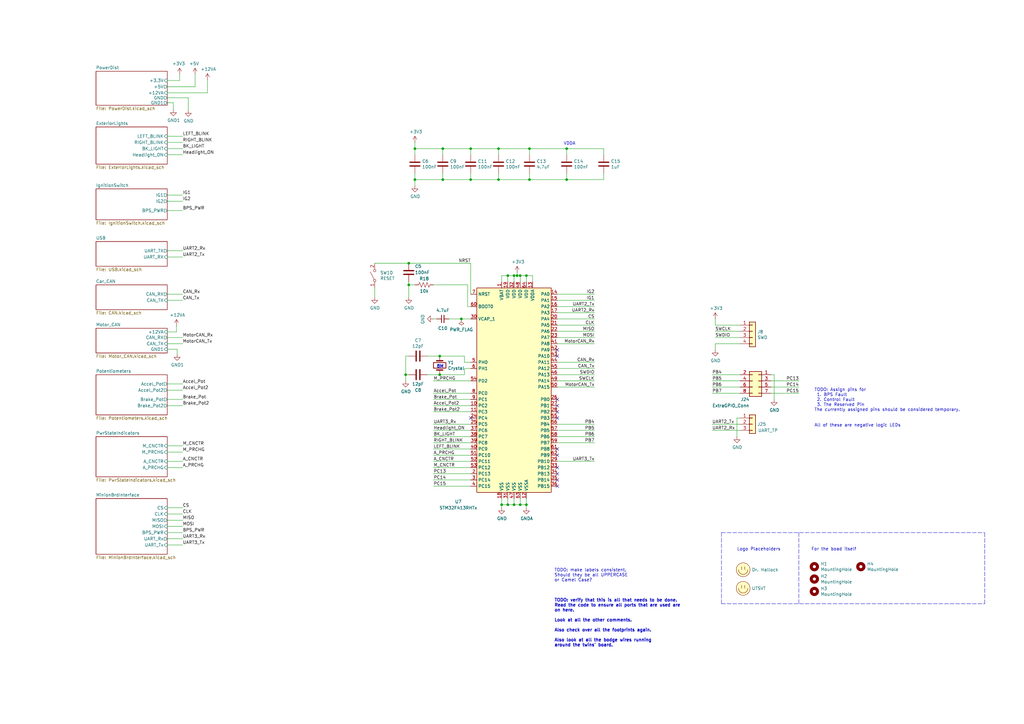
<source format=kicad_sch>
(kicad_sch (version 20211123) (generator eeschema)
  (paper "A3")
  (title_block (title "Dashboard") (date "2020-06-06") (rev "2.0") (company "UTSVT") (comment 1 "Author: Chase Block"))
  (lib_symbols
    (symbol "Connector_Generic:Conn_01x03" (pin_names (offset 1.016) hide)
      (property "Reference" "J" (at 0 5.08 0))
      (property "Value" "Conn_01x03" (at 0 -5.08 0))
      (symbol "Conn_01x03_1_1"
        (rectangle (start -1.27 -2.413) (end 0 -2.667) (stroke (width 0.1524)))
        (rectangle (start -1.27 0.127) (end 0 -0.127) (stroke (width 0.1524)))
        (rectangle (start -1.27 2.667) (end 0 2.413) (stroke (width 0.1524)))
        (rectangle (start -1.27 3.81) (end 1.27 -3.81) (stroke (width 0.254)) (fill (type background)))
        (pin passive line (at -5.08 2.54 0) (length 3.81) (name "Pin_1") (number "1"))
        (pin passive line (at -5.08 0 0) (length 3.81) (name "Pin_2") (number "2"))
        (pin passive line (at -5.08 -2.54 0) (length 3.81) (name "Pin_3") (number "3"))
      )
    )
    (symbol "Connector_Generic:Conn_01x04" (pin_names (offset 1.016) hide)
      (property "Reference" "J" (at 0 5.08 0))
      (property "Value" "Conn_01x04" (at 0 -7.62 0))
      (symbol "Conn_01x04_1_1"
        (rectangle (start -1.27 -4.953) (end 0 -5.207) (stroke (width 0.1524)))
        (rectangle (start -1.27 -2.413) (end 0 -2.667) (stroke (width 0.1524)))
        (rectangle (start -1.27 0.127) (end 0 -0.127) (stroke (width 0.1524)))
        (rectangle (start -1.27 2.667) (end 0 2.413) (stroke (width 0.1524)))
        (rectangle (start -1.27 3.81) (end 1.27 -6.35) (stroke (width 0.254)) (fill (type background)))
        (pin passive line (at -5.08 2.54 0) (length 3.81) (name "Pin_1") (number "1"))
        (pin passive line (at -5.08 0 0) (length 3.81) (name "Pin_2") (number "2"))
        (pin passive line (at -5.08 -2.54 0) (length 3.81) (name "Pin_3") (number "3"))
        (pin passive line (at -5.08 -5.08 0) (length 3.81) (name "Pin_4") (number "4"))
      )
    )
    (symbol "Connector_Generic:Conn_02x04_Odd_Even" (pin_names (offset 1.016) hide)
      (property "Reference" "J" (at 1.27 5.08 0))
      (property "Value" "Conn_02x04_Odd_Even" (at 1.27 -7.62 0))
      (symbol "Conn_02x04_Odd_Even_1_1"
        (rectangle (start -1.27 -4.953) (end 0 -5.207) (stroke (width 0.1524)))
        (rectangle (start -1.27 -2.413) (end 0 -2.667) (stroke (width 0.1524)))
        (rectangle (start -1.27 0.127) (end 0 -0.127) (stroke (width 0.1524)))
        (rectangle (start -1.27 2.667) (end 0 2.413) (stroke (width 0.1524)))
        (rectangle (start -1.27 3.81) (end 3.81 -6.35) (stroke (width 0.254)) (fill (type background)))
        (rectangle (start 3.81 -4.953) (end 2.54 -5.207) (stroke (width 0.1524)))
        (rectangle (start 3.81 -2.413) (end 2.54 -2.667) (stroke (width 0.1524)))
        (rectangle (start 3.81 0.127) (end 2.54 -0.127) (stroke (width 0.1524)))
        (rectangle (start 3.81 2.667) (end 2.54 2.413) (stroke (width 0.1524)))
        (pin passive line (at -5.08 2.54 0) (length 3.81) (name "Pin_1") (number "1"))
        (pin passive line (at 7.62 2.54 180) (length 3.81) (name "Pin_2") (number "2"))
        (pin passive line (at -5.08 0 0) (length 3.81) (name "Pin_3") (number "3"))
        (pin passive line (at 7.62 0 180) (length 3.81) (name "Pin_4") (number "4"))
        (pin passive line (at -5.08 -2.54 0) (length 3.81) (name "Pin_5") (number "5"))
        (pin passive line (at 7.62 -2.54 180) (length 3.81) (name "Pin_6") (number "6"))
        (pin passive line (at -5.08 -5.08 0) (length 3.81) (name "Pin_7") (number "7"))
        (pin passive line (at 7.62 -5.08 180) (length 3.81) (name "Pin_8") (number "8"))
      )
    )
    (symbol "Dashboard-rescue:GND1-power" (power) (pin_names (offset 0))
      (property "Value" "GND1-power" (at 0 -3.81 0))
      (symbol "GND1-power_0_1"
        (polyline (pts (xy 0 0) (xy 0 -1.27) (xy 1.27 -1.27) (xy 0 -2.54) (xy -1.27 -1.27) (xy 0 -1.27)))
      )
      (symbol "GND1-power_1_1"
        (pin power_in line (at 0 0 270) (length 0) hide (name "GND1") (number "1"))
      )
    )
    (symbol "Dashboard-rescue:Logo_Placeholder-utsvt-misc" (pin_names (offset 1.016))
      (property "Value" "Logo_Placeholder-utsvt-misc" (at 0 3.81 0))
      (symbol "Logo_Placeholder-utsvt-misc_0_1"
        (arc (start -1.905 0) (mid 0 -1.905) (end 1.905 0))
        (polyline (pts (xy -0.635 1.27) (xy -0.635 0)))
        (polyline (pts (xy 0.635 1.27) (xy 0.635 0)))
        (circle (center 0 0) (radius 2.8448) (fill (type background)))
      )
    )
    (symbol "Device:C" (pin_numbers hide) (pin_names (offset 0.254))
      (property "Reference" "C" (at 0.635 2.54 0))
      (property "Value" "C" (at 0.635 -2.54 0))
      (symbol "C_0_1"
        (polyline (pts (xy -2.032 -0.762) (xy 2.032 -0.762)) (stroke (width 0.508)))
        (polyline (pts (xy -2.032 0.762) (xy 2.032 0.762)) (stroke (width 0.508)))
      )
      (symbol "C_1_1"
        (pin passive line (at 0 3.81 270) (length 2.794) (name "~") (number "1"))
        (pin passive line (at 0 -3.81 90) (length 2.794) (name "~") (number "2"))
      )
    )
    (symbol "Device:C_Small" (pin_numbers hide) (pin_names (offset 0.254) hide)
      (property "Reference" "C" (at 0.254 1.778 0))
      (property "Value" "C_Small" (at 0.254 -2.032 0))
      (symbol "C_Small_0_1"
        (polyline (pts (xy -1.524 -0.508) (xy 1.524 -0.508)) (stroke (width 0.3302)))
        (polyline (pts (xy -1.524 0.508) (xy 1.524 0.508)) (stroke (width 0.3048)))
      )
      (symbol "C_Small_1_1"
        (pin passive line (at 0 2.54 270) (length 2.032) (name "~") (number "1"))
        (pin passive line (at 0 -2.54 90) (length 2.032) (name "~") (number "2"))
      )
    )
    (symbol "Device:Crystal" (pin_numbers hide) (pin_names (offset 1.016) hide)
      (property "Reference" "Y" (at 0 3.81 0))
      (property "Value" "Crystal" (at 0 -3.81 0))
      (symbol "Crystal_0_1"
        (rectangle (start -1.143 2.54) (end 1.143 -2.54) (stroke (width 0.3048)))
        (polyline (pts (xy -2.54 0) (xy -1.905 0)))
        (polyline (pts (xy -1.905 -1.27) (xy -1.905 1.27)) (stroke (width 0.508)))
        (polyline (pts (xy 1.905 -1.27) (xy 1.905 1.27)) (stroke (width 0.508)))
        (polyline (pts (xy 2.54 0) (xy 1.905 0)))
      )
      (symbol "Crystal_1_1"
        (pin passive line (at -3.81 0 0) (length 1.27) (name "1") (number "1"))
        (pin passive line (at 3.81 0 180) (length 1.27) (name "2") (number "2"))
      )
    )
    (symbol "Device:R_US" (pin_numbers hide) (pin_names (offset 0))
      (property "Reference" "R" (at 2.54 0 90))
      (property "Value" "R_US" (at -2.54 0 90))
      (symbol "R_US_0_1"
        (polyline (pts (xy 0 -2.286) (xy 0 -2.54)))
        (polyline (pts (xy 0 2.286) (xy 0 2.54)))
        (polyline (pts (xy 0 -0.762) (xy 1.016 -1.143) (xy 0 -1.524) (xy -1.016 -1.905) (xy 0 -2.286)))
        (polyline (pts (xy 0 0.762) (xy 1.016 0.381) (xy 0 0) (xy -1.016 -0.381) (xy 0 -0.762)))
        (polyline (pts (xy 0 2.286) (xy 1.016 1.905) (xy 0 1.524) (xy -1.016 1.143) (xy 0 0.762)))
      )
      (symbol "R_US_1_1"
        (pin passive line (at 0 3.81 270) (length 1.27) (name "~") (number "1"))
        (pin passive line (at 0 -3.81 90) (length 1.27) (name "~") (number "2"))
      )
    )
    (symbol "MCU_ST_STM32F4:STM32F413RHTx"
      (property "Reference" "U" (at -15.24 41.91 0))
      (property "Value" "STM32F413RHTx" (at 10.16 41.91 0))
      (symbol "STM32F413RHTx_0_1"
        (rectangle (start -15.24 -43.18) (end 15.24 40.64) (stroke (width 0.254)) (fill (type background)))
      )
      (symbol "STM32F413RHTx_1_1"
        (pin power_in line (at -5.08 43.18 270) (length 2.54) (name "VBAT") (number "1"))
        (pin bidirectional line (at -17.78 -7.62 0) (length 2.54) (name "PC2") (number "10"))
        (pin bidirectional line (at -17.78 -10.16 0) (length 2.54) (name "PC3") (number "11"))
        (pin power_in line (at 5.08 -45.72 90) (length 2.54) (name "VSSA") (number "12"))
        (pin power_in line (at 7.62 43.18 270) (length 2.54) (name "VDDA") (number "13"))
        (pin bidirectional line (at 17.78 38.1 180) (length 2.54) (name "PA0") (number "14"))
        (pin bidirectional line (at 17.78 35.56 180) (length 2.54) (name "PA1") (number "15"))
        (pin bidirectional line (at 17.78 33.02 180) (length 2.54) (name "PA2") (number "16"))
        (pin bidirectional line (at 17.78 30.48 180) (length 2.54) (name "PA3") (number "17"))
        (pin power_in line (at -5.08 -45.72 90) (length 2.54) (name "VSS") (number "18"))
        (pin power_in line (at -2.54 43.18 270) (length 2.54) (name "VDD") (number "19"))
        (pin bidirectional line (at -17.78 -35.56 0) (length 2.54) (name "PC13") (number "2"))
        (pin bidirectional line (at 17.78 27.94 180) (length 2.54) (name "PA4") (number "20"))
        (pin bidirectional line (at 17.78 25.4 180) (length 2.54) (name "PA5") (number "21"))
        (pin bidirectional line (at 17.78 22.86 180) (length 2.54) (name "PA6") (number "22"))
        (pin bidirectional line (at 17.78 20.32 180) (length 2.54) (name "PA7") (number "23"))
        (pin bidirectional line (at -17.78 -12.7 0) (length 2.54) (name "PC4") (number "24"))
        (pin bidirectional line (at -17.78 -15.24 0) (length 2.54) (name "PC5") (number "25"))
        (pin bidirectional line (at 17.78 -5.08 180) (length 2.54) (name "PB0") (number "26"))
        (pin bidirectional line (at 17.78 -7.62 180) (length 2.54) (name "PB1") (number "27"))
        (pin bidirectional line (at 17.78 -10.16 180) (length 2.54) (name "PB2") (number "28"))
        (pin bidirectional line (at 17.78 -30.48 180) (length 2.54) (name "PB10") (number "29"))
        (pin bidirectional line (at -17.78 -38.1 0) (length 2.54) (name "PC14") (number "3"))
        (pin power_in line (at -17.78 27.94 0) (length 2.54) (name "VCAP_1") (number "30"))
        (pin power_in line (at -2.54 -45.72 90) (length 2.54) (name "VSS") (number "31"))
        (pin power_in line (at 0 43.18 270) (length 2.54) (name "VDD") (number "32"))
        (pin bidirectional line (at 17.78 -33.02 180) (length 2.54) (name "PB12") (number "33"))
        (pin bidirectional line (at 17.78 -35.56 180) (length 2.54) (name "PB13") (number "34"))
        (pin bidirectional line (at 17.78 -38.1 180) (length 2.54) (name "PB14") (number "35"))
        (pin bidirectional line (at 17.78 -40.64 180) (length 2.54) (name "PB15") (number "36"))
        (pin bidirectional line (at -17.78 -17.78 0) (length 2.54) (name "PC6") (number "37"))
        (pin bidirectional line (at -17.78 -20.32 0) (length 2.54) (name "PC7") (number "38"))
        (pin bidirectional line (at -17.78 -22.86 0) (length 2.54) (name "PC8") (number "39"))
        (pin bidirectional line (at -17.78 -40.64 0) (length 2.54) (name "PC15") (number "4"))
        (pin bidirectional line (at -17.78 -25.4 0) (length 2.54) (name "PC9") (number "40"))
        (pin bidirectional line (at 17.78 17.78 180) (length 2.54) (name "PA8") (number "41"))
        (pin bidirectional line (at 17.78 15.24 180) (length 2.54) (name "PA9") (number "42"))
        (pin bidirectional line (at 17.78 12.7 180) (length 2.54) (name "PA10") (number "43"))
        (pin bidirectional line (at 17.78 10.16 180) (length 2.54) (name "PA11") (number "44"))
        (pin bidirectional line (at 17.78 7.62 180) (length 2.54) (name "PA12") (number "45"))
        (pin bidirectional line (at 17.78 5.08 180) (length 2.54) (name "PA13") (number "46"))
        (pin power_in line (at 0 -45.72 90) (length 2.54) (name "VSS") (number "47"))
        (pin power_in line (at 2.54 43.18 270) (length 2.54) (name "VDD") (number "48"))
        (pin bidirectional line (at 17.78 2.54 180) (length 2.54) (name "PA14") (number "49"))
        (pin input line (at -17.78 10.16 0) (length 2.54) (name "PH0") (number "5"))
        (pin bidirectional line (at 17.78 0 180) (length 2.54) (name "PA15") (number "50"))
        (pin bidirectional line (at -17.78 -27.94 0) (length 2.54) (name "PC10") (number "51"))
        (pin bidirectional line (at -17.78 -30.48 0) (length 2.54) (name "PC11") (number "52"))
        (pin bidirectional line (at -17.78 -33.02 0) (length 2.54) (name "PC12") (number "53"))
        (pin bidirectional line (at -17.78 2.54 0) (length 2.54) (name "PD2") (number "54"))
        (pin bidirectional line (at 17.78 -12.7 180) (length 2.54) (name "PB3") (number "55"))
        (pin bidirectional line (at 17.78 -15.24 180) (length 2.54) (name "PB4") (number "56"))
        (pin bidirectional line (at 17.78 -17.78 180) (length 2.54) (name "PB5") (number "57"))
        (pin bidirectional line (at 17.78 -20.32 180) (length 2.54) (name "PB6") (number "58"))
        (pin bidirectional line (at 17.78 -22.86 180) (length 2.54) (name "PB7") (number "59"))
        (pin input line (at -17.78 7.62 0) (length 2.54) (name "PH1") (number "6"))
        (pin input line (at -17.78 33.02 0) (length 2.54) (name "BOOT0") (number "60"))
        (pin bidirectional line (at 17.78 -25.4 180) (length 2.54) (name "PB8") (number "61"))
        (pin bidirectional line (at 17.78 -27.94 180) (length 2.54) (name "PB9") (number "62"))
        (pin power_in line (at 2.54 -45.72 90) (length 2.54) (name "VSS") (number "63"))
        (pin power_in line (at 5.08 43.18 270) (length 2.54) (name "VDD") (number "64"))
        (pin input line (at -17.78 38.1 0) (length 2.54) (name "NRST") (number "7"))
        (pin bidirectional line (at -17.78 -2.54 0) (length 2.54) (name "PC0") (number "8"))
        (pin bidirectional line (at -17.78 -5.08 0) (length 2.54) (name "PC1") (number "9"))
      )
    )
    (symbol "Mechanical:MountingHole" (pin_names (offset 1.016))
      (property "Reference" "H" (at 0 5.08 0))
      (property "Value" "MountingHole" (at 0 3.175 0))
      (symbol "MountingHole_0_1"
        (circle (center 0 0) (radius 1.27) (stroke (width 1.27)))
      )
    )
    (symbol "Switch:SW_SPST" (pin_names (offset 0) hide)
      (property "Reference" "SW" (at 0 3.175 0))
      (property "Value" "SW_SPST" (at 0 -2.54 0))
      (symbol "SW_SPST_0_0"
        (circle (center -2.032 0) (radius 0.508))
        (polyline (pts (xy -1.524 0.254) (xy 1.524 1.778)))
        (circle (center 2.032 0) (radius 0.508))
      )
      (symbol "SW_SPST_1_1"
        (pin passive line (at -5.08 0 0) (length 2.54) (name "A") (number "1"))
        (pin passive line (at 5.08 0 180) (length 2.54) (name "B") (number "2"))
      )
    )
    (symbol "power:+12VA" (power) (pin_names (offset 0))
      (property "Value" "+12VA" (at 0 3.556 0))
      (symbol "+12VA_0_1"
        (polyline (pts (xy -0.762 1.27) (xy 0 2.54)))
        (polyline (pts (xy 0 0) (xy 0 2.54)))
        (polyline (pts (xy 0 2.54) (xy 0.762 1.27)))
      )
      (symbol "+12VA_1_1"
        (pin power_in line (at 0 0 90) (length 0) hide (name "+12VA") (number "1"))
      )
    )
    (symbol "power:+3.3V" (power) (pin_names (offset 0))
      (property "Value" "+3.3V" (at 0 3.556 0))
      (symbol "+3.3V_0_1"
        (polyline (pts (xy -0.762 1.27) (xy 0 2.54)))
        (polyline (pts (xy 0 0) (xy 0 2.54)))
        (polyline (pts (xy 0 2.54) (xy 0.762 1.27)))
      )
      (symbol "+3.3V_1_1"
        (pin power_in line (at 0 0 90) (length 0) hide (name "+3V3") (number "1"))
      )
    )
    (symbol "power:+5V" (power) (pin_names (offset 0))
      (property "Value" "+5V" (at 0 3.556 0))
      (symbol "+5V_0_1"
        (polyline (pts (xy -0.762 1.27) (xy 0 2.54)))
        (polyline (pts (xy 0 0) (xy 0 2.54)))
        (polyline (pts (xy 0 2.54) (xy 0.762 1.27)))
      )
      (symbol "+5V_1_1"
        (pin power_in line (at 0 0 90) (length 0) hide (name "+5V") (number "1"))
      )
    )
    (symbol "power:GND" (power) (pin_names (offset 0))
      (property "Value" "GND" (at 0 -3.81 0))
      (symbol "GND_0_1"
        (polyline (pts (xy 0 0) (xy 0 -1.27) (xy 1.27 -1.27) (xy 0 -2.54) (xy -1.27 -1.27) (xy 0 -1.27)))
      )
      (symbol "GND_1_1"
        (pin power_in line (at 0 0 270) (length 0) hide (name "GND") (number "1"))
      )
    )
    (symbol "power:GNDA" (power) (pin_names (offset 0))
      (property "Value" "GNDA" (at 0 -3.81 0))
      (symbol "GNDA_0_1"
        (polyline (pts (xy 0 0) (xy 0 -1.27) (xy 1.27 -1.27) (xy 0 -2.54) (xy -1.27 -1.27) (xy 0 -1.27)))
      )
      (symbol "GNDA_1_1"
        (pin power_in line (at 0 0 270) (length 0) hide (name "GNDA") (number "1"))
      )
    )
    (symbol "power:PWR_FLAG" (power) (pin_numbers hide) (pin_names (offset 0) hide)
      (property "Value" "PWR_FLAG" (at 0 3.81 0))
      (symbol "PWR_FLAG_0_0"
        (pin power_out line (at 0 0 90) (length 0) (name "pwr") (number "1"))
      )
      (symbol "PWR_FLAG_0_1"
        (polyline (pts (xy 0 0) (xy 0 1.27) (xy -1.016 1.905) (xy 0 2.54) (xy 1.016 1.905) (xy 0 1.27)))
      )
    )
  )
  (junction (at 212.09 113.03))
  (junction (at 217.17 60.96))
  (junction (at 205.74 207.01))
  (junction (at 232.41 60.96))
  (junction (at 167.64 107.95))
  (junction (at 217.17 73.66))
  (junction (at 167.64 116.84))
  (junction (at 193.04 60.96))
  (junction (at 210.82 207.01))
  (junction (at 213.36 207.01))
  (junction (at 166.37 153.67))
  (junction (at 180.34 146.05))
  (junction (at 213.36 113.03))
  (junction (at 181.61 60.96))
  (junction (at 208.28 113.03))
  (junction (at 181.61 73.66))
  (junction (at 189.23 130.81))
  (junction (at 215.9 113.03))
  (junction (at 210.82 113.03))
  (junction (at 193.04 73.66))
  (junction (at 232.41 73.66))
  (junction (at 170.18 73.66))
  (junction (at 180.34 153.67))
  (junction (at 204.47 73.66))
  (junction (at 170.18 60.96))
  (junction (at 215.9 207.01))
  (junction (at 204.47 60.96))
  (junction (at 208.28 207.01))
  (no_connect (at 228.6 166.37))
  (no_connect (at 228.6 163.83))
  (no_connect (at 228.6 146.05))
  (no_connect (at 228.6 171.45))
  (no_connect (at 228.6 186.69))
  (no_connect (at 193.04 171.45))
  (no_connect (at 228.6 143.51))
  (no_connect (at 228.6 191.77))
  (no_connect (at 228.6 199.39))
  (no_connect (at 228.6 184.15))
  (no_connect (at 228.6 168.91))
  (no_connect (at 228.6 196.85))
  (no_connect (at 228.6 194.31))
  (wire (pts (xy 228.6 130.81) (xy 243.84 130.81)))
  (wire (pts (xy 303.53 173.99) (xy 292.1 173.99)))
  (wire (pts (xy 205.74 207.01) (xy 205.74 208.28)))
  (wire (pts (xy 210.82 204.47) (xy 210.82 207.01)))
  (wire (pts (xy 68.58 166.37) (xy 74.93 166.37)))
  (wire (pts (xy 232.41 73.66) (xy 232.41 71.12)))
  (wire (pts (xy 228.6 151.13) (xy 243.84 151.13)))
  (wire (pts (xy 68.58 86.36) (xy 74.93 86.36)))
  (wire (pts (xy 68.58 215.9) (xy 74.93 215.9)))
  (wire (pts (xy 215.9 207.01) (xy 213.36 207.01)))
  (polyline (pts (xy 327.66 218.44) (xy 327.66 247.65)))
  (wire (pts (xy 208.28 115.57) (xy 208.28 113.03)))
  (wire (pts (xy 228.6 158.75) (xy 243.84 158.75)))
  (wire (pts (xy 302.26 179.07) (xy 302.26 171.45)))
  (wire (pts (xy 177.8 173.99) (xy 193.04 173.99)))
  (wire (pts (xy 74.93 218.44) (xy 68.58 218.44)))
  (wire (pts (xy 217.17 60.96) (xy 204.47 60.96)))
  (wire (pts (xy 243.84 125.73) (xy 228.6 125.73)))
  (wire (pts (xy 212.09 113.03) (xy 212.09 111.76)))
  (wire (pts (xy 74.93 63.5) (xy 68.58 63.5)))
  (wire (pts (xy 193.04 191.77) (xy 177.8 191.77)))
  (wire (pts (xy 68.58 35.56) (xy 80.01 35.56)))
  (wire (pts (xy 228.6 176.53) (xy 243.84 176.53)))
  (wire (pts (xy 303.53 133.35) (xy 293.37 133.35)))
  (wire (pts (xy 228.6 153.67) (xy 243.84 153.67)))
  (polyline (pts (xy 295.91 218.44) (xy 403.86 218.44)))
  (wire (pts (xy 228.6 135.89) (xy 243.84 135.89)))
  (wire (pts (xy 181.61 60.96) (xy 193.04 60.96)))
  (wire (pts (xy 213.36 207.01) (xy 210.82 207.01)))
  (wire (pts (xy 175.26 146.05) (xy 180.34 146.05)))
  (wire (pts (xy 68.58 157.48) (xy 74.93 157.48)))
  (wire (pts (xy 167.64 115.57) (xy 167.64 116.84)))
  (wire (pts (xy 243.84 128.27) (xy 228.6 128.27)))
  (wire (pts (xy 68.58 210.82) (xy 74.93 210.82)))
  (wire (pts (xy 74.93 58.42) (xy 68.58 58.42)))
  (wire (pts (xy 68.58 123.19) (xy 74.93 123.19)))
  (wire (pts (xy 317.5 163.83) (xy 317.5 153.67)))
  (wire (pts (xy 181.61 63.5) (xy 181.61 60.96)))
  (wire (pts (xy 228.6 140.97) (xy 243.84 140.97)))
  (wire (pts (xy 193.04 148.59) (xy 190.5 148.59)))
  (wire (pts (xy 85.09 32.766) (xy 85.09 38.1)))
  (polyline (pts (xy 403.86 247.65) (xy 403.86 218.44)))
  (wire (pts (xy 292.1 161.29) (xy 303.53 161.29)))
  (wire (pts (xy 193.04 196.85) (xy 177.8 196.85)))
  (wire (pts (xy 166.37 153.67) (xy 166.37 156.21)))
  (wire (pts (xy 177.8 176.53) (xy 193.04 176.53)))
  (wire (pts (xy 170.18 116.84) (xy 167.64 116.84)))
  (wire (pts (xy 68.58 140.97) (xy 74.93 140.97)))
  (wire (pts (xy 228.6 120.65) (xy 243.84 120.65)))
  (wire (pts (xy 68.58 136.144) (xy 72.39 136.144)))
  (wire (pts (xy 243.84 133.35) (xy 228.6 133.35)))
  (wire (pts (xy 68.58 223.52) (xy 74.93 223.52)))
  (wire (pts (xy 170.18 73.66) (xy 181.61 73.66)))
  (wire (pts (xy 68.58 191.77) (xy 74.93 191.77)))
  (wire (pts (xy 243.84 138.43) (xy 228.6 138.43)))
  (wire (pts (xy 193.04 184.15) (xy 177.8 184.15)))
  (wire (pts (xy 303.53 176.53) (xy 292.1 176.53)))
  (wire (pts (xy 189.23 130.81) (xy 193.04 130.81)))
  (wire (pts (xy 217.17 63.5) (xy 217.17 60.96)))
  (wire (pts (xy 71.12 42.164) (xy 71.12 44.958)))
  (wire (pts (xy 68.58 40.132) (xy 77.216 40.132)))
  (wire (pts (xy 193.04 71.12) (xy 193.04 73.66)))
  (wire (pts (xy 327.66 161.29) (xy 316.23 161.29)))
  (wire (pts (xy 170.18 60.96) (xy 170.18 58.42)))
  (wire (pts (xy 302.26 171.45) (xy 303.53 171.45)))
  (wire (pts (xy 204.47 73.66) (xy 217.17 73.66)))
  (wire (pts (xy 68.58 208.28) (xy 74.93 208.28)))
  (wire (pts (xy 68.58 220.98) (xy 74.93 220.98)))
  (wire (pts (xy 167.64 146.05) (xy 166.37 146.05)))
  (wire (pts (xy 68.58 143.256) (xy 72.644 143.256)))
  (wire (pts (xy 73.66 33.02) (xy 73.66 30.48)))
  (wire (pts (xy 232.41 60.96) (xy 247.65 60.96)))
  (wire (pts (xy 190.5 148.59) (xy 190.5 146.05)))
  (wire (pts (xy 191.77 125.73) (xy 191.77 116.84)))
  (wire (pts (xy 167.64 107.95) (xy 193.04 107.95)))
  (wire (pts (xy 327.66 158.75) (xy 316.23 158.75)))
  (wire (pts (xy 217.17 73.66) (xy 232.41 73.66)))
  (wire (pts (xy 218.44 115.57) (xy 218.44 113.03)))
  (wire (pts (xy 228.6 148.59) (xy 243.84 148.59)))
  (wire (pts (xy 215.9 207.01) (xy 215.9 208.28)))
  (wire (pts (xy 166.37 146.05) (xy 166.37 153.67)))
  (wire (pts (xy 153.67 118.11) (xy 153.67 121.92)))
  (wire (pts (xy 218.44 113.03) (xy 215.9 113.03)))
  (wire (pts (xy 193.04 125.73) (xy 191.77 125.73)))
  (wire (pts (xy 193.04 151.13) (xy 190.5 151.13)))
  (wire (pts (xy 193.04 107.95) (xy 193.04 120.65)))
  (wire (pts (xy 68.58 33.02) (xy 73.66 33.02)))
  (polyline (pts (xy 295.91 247.65) (xy 403.86 247.65)))
  (wire (pts (xy 193.04 181.61) (xy 177.8 181.61)))
  (wire (pts (xy 72.39 136.144) (xy 72.39 133.604)))
  (wire (pts (xy 68.58 163.83) (xy 74.93 163.83)))
  (wire (pts (xy 292.1 156.21) (xy 303.53 156.21)))
  (wire (pts (xy 190.5 151.13) (xy 190.5 153.67)))
  (wire (pts (xy 68.58 102.87) (xy 74.93 102.87)))
  (wire (pts (xy 210.82 113.03) (xy 212.09 113.03)))
  (wire (pts (xy 170.18 71.12) (xy 170.18 73.66)))
  (wire (pts (xy 228.6 156.21) (xy 243.84 156.21)))
  (wire (pts (xy 68.58 182.88) (xy 74.93 182.88)))
  (wire (pts (xy 228.6 181.61) (xy 243.84 181.61)))
  (wire (pts (xy 303.53 138.43) (xy 293.37 138.43)))
  (wire (pts (xy 292.1 153.67) (xy 303.53 153.67)))
  (wire (pts (xy 293.37 140.97) (xy 293.37 143.51)))
  (wire (pts (xy 68.58 80.01) (xy 74.93 80.01)))
  (wire (pts (xy 193.04 73.66) (xy 204.47 73.66)))
  (wire (pts (xy 204.47 71.12) (xy 204.47 73.66)))
  (wire (pts (xy 208.28 207.01) (xy 205.74 207.01)))
  (wire (pts (xy 205.74 113.03) (xy 208.28 113.03)))
  (wire (pts (xy 190.5 153.67) (xy 180.34 153.67)))
  (wire (pts (xy 228.6 189.23) (xy 243.84 189.23)))
  (wire (pts (xy 228.6 173.99) (xy 243.84 173.99)))
  (polyline (pts (xy 295.91 218.44) (xy 295.91 247.65)))
  (wire (pts (xy 232.41 73.66) (xy 247.65 73.66)))
  (wire (pts (xy 170.18 63.5) (xy 170.18 60.96)))
  (wire (pts (xy 167.64 153.67) (xy 166.37 153.67)))
  (wire (pts (xy 292.1 158.75) (xy 303.53 158.75)))
  (wire (pts (xy 303.53 140.97) (xy 293.37 140.97)))
  (wire (pts (xy 217.17 71.12) (xy 217.17 73.66)))
  (wire (pts (xy 80.01 35.56) (xy 80.01 30.48)))
  (wire (pts (xy 205.74 204.47) (xy 205.74 207.01)))
  (wire (pts (xy 208.28 204.47) (xy 208.28 207.01)))
  (wire (pts (xy 177.8 156.21) (xy 193.04 156.21)))
  (wire (pts (xy 177.8 161.29) (xy 193.04 161.29)))
  (wire (pts (xy 181.61 73.66) (xy 193.04 73.66)))
  (wire (pts (xy 177.8 130.81) (xy 179.07 130.81)))
  (wire (pts (xy 74.93 55.88) (xy 68.58 55.88)))
  (wire (pts (xy 177.8 163.83) (xy 193.04 163.83)))
  (wire (pts (xy 247.65 73.66) (xy 247.65 71.12)))
  (wire (pts (xy 247.65 60.96) (xy 247.65 63.5)))
  (wire (pts (xy 193.04 194.31) (xy 177.8 194.31)))
  (wire (pts (xy 303.53 135.89) (xy 293.37 135.89)))
  (wire (pts (xy 193.04 186.69) (xy 177.8 186.69)))
  (wire (pts (xy 68.58 185.42) (xy 74.93 185.42)))
  (wire (pts (xy 193.04 179.07) (xy 177.8 179.07)))
  (wire (pts (xy 68.58 213.36) (xy 74.93 213.36)))
  (wire (pts (xy 177.8 189.23) (xy 193.04 189.23)))
  (wire (pts (xy 167.64 116.84) (xy 167.64 121.92)))
  (wire (pts (xy 68.58 160.02) (xy 74.93 160.02)))
  (wire (pts (xy 210.82 115.57) (xy 210.82 113.03)))
  (wire (pts (xy 175.26 153.67) (xy 180.34 153.67)))
  (wire (pts (xy 215.9 204.47) (xy 215.9 207.01)))
  (wire (pts (xy 215.9 115.57) (xy 215.9 113.03)))
  (wire (pts (xy 68.58 120.65) (xy 74.93 120.65)))
  (wire (pts (xy 68.58 189.23) (xy 74.93 189.23)))
  (wire (pts (xy 72.644 143.256) (xy 72.644 145.288)))
  (wire (pts (xy 170.18 60.96) (xy 181.61 60.96)))
  (wire (pts (xy 77.216 45.212) (xy 77.216 40.132)))
  (wire (pts (xy 181.61 71.12) (xy 181.61 73.66)))
  (wire (pts (xy 68.58 38.1) (xy 85.09 38.1)))
  (wire (pts (xy 68.58 138.43) (xy 74.93 138.43)))
  (wire (pts (xy 228.6 179.07) (xy 243.84 179.07)))
  (wire (pts (xy 205.74 115.57) (xy 205.74 113.03)))
  (wire (pts (xy 170.18 73.66) (xy 170.18 76.2)))
  (wire (pts (xy 177.8 168.91) (xy 193.04 168.91)))
  (wire (pts (xy 68.58 105.41) (xy 74.93 105.41)))
  (wire (pts (xy 193.04 60.96) (xy 193.04 63.5)))
  (wire (pts (xy 210.82 207.01) (xy 208.28 207.01)))
  (wire (pts (xy 213.36 115.57) (xy 213.36 113.03)))
  (wire (pts (xy 213.36 113.03) (xy 212.09 113.03)))
  (wire (pts (xy 193.04 199.39) (xy 177.8 199.39)))
  (wire (pts (xy 208.28 113.03) (xy 210.82 113.03)))
  (wire (pts (xy 177.8 166.37) (xy 193.04 166.37)))
  (wire (pts (xy 191.77 116.84) (xy 177.8 116.84)))
  (wire (pts (xy 327.66 156.21) (xy 316.23 156.21)))
  (wire (pts (xy 204.47 63.5) (xy 204.47 60.96)))
  (wire (pts (xy 217.17 60.96) (xy 232.41 60.96)))
  (wire (pts (xy 68.58 42.164) (xy 71.12 42.164)))
  (wire (pts (xy 232.41 60.96) (xy 232.41 63.5)))
  (wire (pts (xy 68.58 82.55) (xy 74.93 82.55)))
  (wire (pts (xy 215.9 113.03) (xy 213.36 113.03)))
  (wire (pts (xy 190.5 146.05) (xy 180.34 146.05)))
  (wire (pts (xy 293.37 133.35) (xy 293.37 130.81)))
  (wire (pts (xy 153.67 107.95) (xy 167.64 107.95)))
  (wire (pts (xy 213.36 204.47) (xy 213.36 207.01)))
  (wire (pts (xy 184.15 130.81) (xy 189.23 130.81)))
  (wire (pts (xy 228.6 123.19) (xy 243.84 123.19)))
  (wire (pts (xy 74.93 60.96) (xy 68.58 60.96)))
  (wire (pts (xy 193.04 60.96) (xy 204.47 60.96)))
  (wire (pts (xy 317.5 153.67) (xy 316.23 153.67)))
  (text "VDDA" (at 231.14 59.69 0) (effects (font (size 1.27 1.27)) (justify left bottom)))
  (text "8M" (at 179.07 151.13 0) (effects (font (size 1.27 1.27) (thickness 0.254) bold) (justify left bottom)))
  (text "TODO: make labels consistent.\nShould they be all UPPERCASE\nor Camel Case?" (at 227.33 238.76 0) (effects (font (size 1.27 1.27)) (justify left bottom)))
  (text "TODO: Assign pins for\n 1. BPS Fault\n 2. Control Fault\n 3. The Reserved Pin\nThe currently assigned pins should be considered temporary." (at 334.01 168.91 0) (effects (font (size 1.27 1.27)) (justify left bottom)))
  (text "Logo Placeholders" (at 302.26 226.06 0) (effects (font (size 1.27 1.27)) (justify left bottom)))
  (text "TODO: verify that this is all that needs to be done.\nRead the code to ensure all ports that are used are\non here.\n\nLook at all the other comments.\n\nAlso check over all the footprints again.\n\nAlso look at all the bodge wires running\naround the twins' board." (at 227.33 265.43 0) (effects (font (size 1.27 1.27) (thickness 0.254) bold) (justify left bottom)))
  (text "For the boad itself" (at 332.74 226.06 0) (effects (font (size 1.27 1.27)) (justify left bottom)))
  (text "All of these are negative logic LEDs\n" (at 334.01 175.26 0) (effects (font (size 1.27 1.27)) (justify left bottom)))
  (label "PC13" (at 177.8 194.31 0))
  (label "MotorCAN_Tx" (at 243.84 158.75 180))
  (label "M_PRCHG" (at 177.8 156.21 0))
  (label "PB4" (at 292.1 153.67 0))
  (label "CS" (at 74.93 208.28 0))
  (label "IG1" (at 243.84 123.19 180))
  (label "PB5" (at 243.84 176.53 180))
  (label "LEFT_BLINK" (at 74.93 55.88 0))
  (label "A_CNCTR" (at 177.8 189.23 0))
  (label "PB7" (at 243.84 181.61 180))
  (label "UART2_Rx" (at 243.84 128.27 180))
  (label "UART3_Tx" (at 243.84 189.23 180))
  (label "Brake_Pot" (at 74.93 163.83 0))
  (label "BK_LIGHT" (at 177.8 179.07 0))
  (label "IG2" (at 243.84 120.65 180))
  (label "CAN_Tx" (at 74.93 123.19 0))
  (label "MISO" (at 243.84 135.89 180))
  (label "UART3_Tx" (at 74.93 223.52 0))
  (label "CAN_Rx" (at 243.84 148.59 180))
  (label "UART2_Tx" (at 243.84 125.73 180))
  (label "MotorCAN_Tx" (at 74.93 140.97 0))
  (label "BPS_PWR" (at 74.93 218.44 0))
  (label "PB7" (at 292.1 161.29 0))
  (label "UART2_Tx" (at 292.1 173.99 0))
  (label "MISO" (at 74.93 213.36 0))
  (label "PB5" (at 292.1 156.21 0))
  (label "A_PRCHG" (at 177.8 186.69 0))
  (label "UART2_Tx" (at 74.93 105.41 0))
  (label "SWCLK" (at 293.37 135.89 0))
  (label "UART2_Rx" (at 74.93 102.87 0))
  (label "CAN_Tx" (at 243.84 151.13 180))
  (label "SWDIO" (at 293.37 138.43 0))
  (label "SWDIO" (at 243.84 153.67 180))
  (label "BPS_PWR" (at 74.93 86.36 0))
  (label "MOSI" (at 74.93 215.9 0))
  (label "IG1" (at 74.93 80.01 0))
  (label "M_CNCTR" (at 177.8 191.77 0))
  (label "PB4" (at 243.84 173.99 180))
  (label "Headlight_ON" (at 74.93 63.5 0))
  (label "PC15" (at 177.8 199.39 0))
  (label "Accel_Pot" (at 74.93 157.48 0))
  (label "Brake_Pot" (at 177.8 163.83 0))
  (label "PC15" (at 327.66 161.29 180))
  (label "PB6" (at 243.84 179.07 180))
  (label "RIGHT_BLINK" (at 177.8 181.61 0))
  (label "UART3_Rx" (at 74.93 220.98 0))
  (label "Brake_Pot2" (at 74.93 166.37 0))
  (label "SWCLK" (at 243.84 156.21 180))
  (label "PC14" (at 327.66 158.75 180))
  (label "UART2_Rx" (at 292.1 176.53 0))
  (label "BK_LIGHT" (at 74.93 60.96 0))
  (label "Brake_Pot2" (at 177.8 168.91 0))
  (label "MOSI" (at 243.84 138.43 180))
  (label "PC13" (at 327.66 156.21 180))
  (label "Accel_Pot2" (at 74.93 160.02 0))
  (label "A_CNCTR" (at 74.93 189.23 0))
  (label "UART3_Rx" (at 177.8 173.99 0))
  (label "NRST" (at 193.04 107.95 180))
  (label "MotorCAN_Rx" (at 243.84 140.97 180))
  (label "CAN_Rx" (at 74.93 120.65 0))
  (label "PB6" (at 292.1 158.75 0))
  (label "CS" (at 243.84 130.81 180))
  (label "RIGHT_BLINK" (at 74.93 58.42 0))
  (label "MotorCAN_Rx" (at 74.93 138.43 0))
  (label "Headlight_ON" (at 177.8 176.53 0))
  (label "CLK" (at 243.84 133.35 180))
  (label "LEFT_BLINK" (at 177.8 184.15 0))
  (label "Accel_Pot" (at 177.8 161.29 0))
  (label "M_PRCHG" (at 74.93 185.42 0))
  (label "IG2" (at 74.93 82.55 0))
  (label "PC14" (at 177.8 196.85 0))
  (label "Accel_Pot2" (at 177.8 166.37 0))
  (label "M_CNCTR" (at 74.93 182.88 0))
  (label "CLK" (at 74.93 210.82 0))
  (label "A_PRCHG" (at 74.93 191.77 0))
  (symbol (lib_id "Mechanical:MountingHole") (at 334.01 232.41 0) (unit 1)
    (property "Reference" "H1" (at 336.55 231.2416 0) (effects (justify left)))
    (property "Value" "MountingHole" (at 336.55 233.553 0) (effects (justify left)))
    (property "Footprint" "MountingHole:MountingHole_3mm" (effects hide))
  )
  (symbol (lib_id "Mechanical:MountingHole") (at 334.01 237.49 0) (unit 1)
    (property "Reference" "H2" (at 336.55 236.3216 0) (effects (justify left)))
    (property "Value" "MountingHole" (at 336.55 238.633 0) (effects (justify left)))
    (property "Footprint" "MountingHole:MountingHole_3mm" (effects hide))
  )
  (symbol (lib_id "Mechanical:MountingHole") (at 334.01 242.57 0) (unit 1)
    (property "Reference" "H3" (at 336.55 241.4016 0) (effects (justify left)))
    (property "Value" "MountingHole" (at 336.55 243.713 0) (effects (justify left)))
    (property "Footprint" "MountingHole:MountingHole_3mm" (effects hide))
  )
  (symbol (lib_id "Mechanical:MountingHole") (at 353.06 232.41 0) (unit 1)
    (property "Reference" "H4" (at 355.6 231.2416 0) (effects (justify left)))
    (property "Value" "MountingHole" (at 355.6 233.553 0) (effects (justify left)))
    (property "Footprint" "MountingHole:MountingHole_3mm" (effects hide))
  )
  (symbol (lib_id "MCU_ST_STM32F4:STM32F413RHTx") (at 210.82 158.75 0) (unit 1)
    (property "Reference" "U7" (at 187.96 205.74 0))
    (property "Value" "STM32F413RHTx" (at 187.96 208.28 0))
    (property "Footprint" "Package_QFP:LQFP-64_10x10mm_P0.5mm" (effects hide))
    (property "Datasheet" "http://www.st.com/st-web-ui/static/active/en/resource/technical/document/datasheet/DM00282249.pdf" (effects hide))
  )
  (symbol (lib_id "power:+3.3V") (at 212.09 111.76 0) (unit 1)
    (property "Reference" "#PWR055" (effects hide))
    (property "Value" "+3.3V" (at 212.471 107.3658 0))
  )
  (symbol (lib_id "power:+3.3V") (at 73.66 30.48 0) (mirror y) (unit 1)
    (property "Reference" "#PWR072" (effects hide))
    (property "Value" "+3.3V" (at 73.279 26.0858 0))
  )
  (symbol (lib_id "power:+5V") (at 80.01 30.48 0) (mirror y) (unit 1)
    (property "Reference" "#PWR069" (effects hide))
    (property "Value" "+5V" (at 79.629 26.0858 0))
  )
  (symbol (lib_id "Device:R_US") (at 173.99 116.84 270) (unit 1)
    (property "Reference" "R18" (at 173.99 114.3 90))
    (property "Value" "10k" (at 173.99 119.38 90))
    (property "Footprint" "Resistor_SMD:R_0805_2012Metric" (effects hide))
    (property "Mouser Part Number" "71-CRCW080510K0FKEAC " (effects hide))
  )
  (symbol (lib_id "power:GND") (at 167.64 121.92 0) (unit 1)
    (property "Reference" "#PWR050" (effects hide))
    (property "Value" "GND" (at 167.767 126.3142 0))
  )
  (symbol (lib_id "Switch:SW_SPST") (at 153.67 113.03 90) (unit 1)
    (property "Reference" "SW10" (at 155.9052 111.8616 90) (effects (justify right)))
    (property "Value" "RESET" (at 155.9052 114.173 90) (effects (justify right)))
    (property "Footprint" "Button_Switch_SMD:SW_SPST_B3SL-1002P" (effects hide))
    (property "Mouser Part Number" "653-B3SL-1002P " (effects hide))
  )
  (symbol (lib_id "power:GND") (at 153.67 121.92 0) (unit 1)
    (property "Reference" "#PWR048" (effects hide))
    (property "Value" "GND" (at 153.797 126.3142 0))
  )
  (symbol (lib_id "Device:C") (at 167.64 111.76 0) (unit 1)
    (property "Reference" "C5" (at 170.18 109.22 0) (effects (justify left)))
    (property "Value" "100nF" (at 170.18 111.76 0) (effects (justify left)))
    (property "Footprint" "Capacitor_SMD:C_0805_2012Metric" (effects hide))
    (property "Mouser Part Number" "80-C0805C104K3R " (effects hide))
  )
  (symbol (lib_id "Device:C_Small") (at 181.61 130.81 90) (unit 1)
    (property "Reference" "C10" (at 181.61 134.62 90))
    (property "Value" "4.7uF" (at 181.61 127.3048 90))
    (property "Footprint" "Capacitor_SMD:C_0805_2012Metric" (effects hide))
  )
  (symbol (lib_id "power:GND") (at 177.8 130.81 270) (unit 1)
    (property "Reference" "#PWR053" (effects hide))
    (property "Value" "GND" (at 173.4058 130.937 0))
  )
  (symbol (lib_id "Device:Crystal") (at 180.34 149.86 90) (unit 1)
    (property "Reference" "Y1" (at 183.6674 148.6916 90) (effects (justify right)))
    (property "Value" "Crystal" (at 183.6674 151.003 90) (effects (justify right)))
    (property "Footprint" "Crystal:Crystal_SMD_TXC_7A-2Pin_5x3.2mm" (effects hide))
  )
  (symbol (lib_id "Device:C") (at 171.45 146.05 270) (unit 1)
    (property "Reference" "C7" (at 171.45 139.6492 90))
    (property "Value" "12pF" (at 171.45 141.9606 90))
    (property "Footprint" "Capacitor_SMD:C_0805_2012Metric" (effects hide))
    (property "Mouser Part Number" "80-C0805C479K1G " (effects hide))
  )
  (symbol (lib_id "Device:C") (at 171.45 153.67 270) (unit 1)
    (property "Reference" "C8" (at 171.45 160.02 90))
    (property "Value" "12pF" (at 171.45 157.48 90))
    (property "Footprint" "Capacitor_SMD:C_0805_2012Metric" (effects hide))
    (property "Mouser Part Number" "80-C0805C479K1G " (effects hide))
  )
  (symbol (lib_id "power:GND") (at 166.37 156.21 0) (unit 1)
    (property "Reference" "#PWR049" (effects hide))
    (property "Value" "GND" (at 166.497 160.6042 0))
  )
  (symbol (lib_id "Connector_Generic:Conn_01x04") (at 308.61 135.89 0) (unit 1)
    (property "Reference" "J8" (at 310.642 136.0932 0) (effects (justify left)))
    (property "Value" "SWD" (at 310.642 138.4046 0) (effects (justify left)))
    (property "Footprint" "Connector_PinHeader_2.54mm:PinHeader_1x04_P2.54mm_Vertical" (effects hide))
  )
  (symbol (lib_id "power:GND") (at 293.37 143.51 0) (unit 1)
    (property "Reference" "#PWR057" (effects hide))
    (property "Value" "GND" (at 293.497 147.9042 0))
  )
  (symbol (lib_id "power:+3.3V") (at 293.37 130.81 0) (unit 1)
    (property "Reference" "#PWR058" (effects hide))
    (property "Value" "+3.3V" (at 293.751 126.4158 0))
  )
  (symbol (lib_id "power:+3.3V") (at 170.18 58.42 0) (unit 1)
    (property "Reference" "#PWR051" (effects hide))
    (property "Value" "+3.3V" (at 170.561 54.0258 0))
  )
  (symbol (lib_id "power:GND") (at 170.18 76.2 0) (unit 1)
    (property "Reference" "#PWR052" (effects hide))
    (property "Value" "GND" (at 170.307 80.5942 0))
  )
  (symbol (lib_id "Device:C") (at 170.18 67.31 0) (unit 1)
    (property "Reference" "C6" (at 173.101 66.1416 0) (effects (justify left)))
    (property "Value" "100nF" (at 173.101 68.453 0) (effects (justify left)))
    (property "Footprint" "Capacitor_SMD:C_0805_2012Metric" (effects hide))
    (property "Mouser Part Number" "80-C0805C104K3R " (effects hide))
  )
  (symbol (lib_id "Device:C") (at 217.17 67.31 0) (unit 1)
    (property "Reference" "C13" (at 220.091 66.1416 0) (effects (justify left)))
    (property "Value" "4.7uF" (at 220.091 68.453 0) (effects (justify left)))
    (property "Footprint" "Capacitor_SMD:C_0805_2012Metric" (effects hide))
    (property "Mouser Part Number" "80-C0805C475K3RAUTO " (effects hide))
  )
  (symbol (lib_id "Device:C") (at 232.41 67.31 0) (unit 1)
    (property "Reference" "C14" (at 235.331 66.1416 0) (effects (justify left)))
    (property "Value" "100nF" (at 235.331 68.453 0) (effects (justify left)))
    (property "Footprint" "Capacitor_SMD:C_0805_2012Metric" (effects hide))
    (property "Mouser Part Number" "80-C0805C104K3R " (effects hide))
  )
  (symbol (lib_id "power:GND") (at 205.74 208.28 0) (unit 1)
    (property "Reference" "#PWR054" (effects hide))
    (property "Value" "GND" (at 205.867 212.6742 0))
  )
  (symbol (lib_id "power:GNDA") (at 215.9 208.28 0) (unit 1)
    (property "Reference" "#PWR056" (effects hide))
    (property "Value" "GNDA" (at 216.027 212.6742 0))
  )
  (symbol (lib_id "Dashboard-rescue:Logo_Placeholder-utsvt-misc") (at 304.8 241.3 0) (unit 1)
    (property "Reference" "LOGO2" (effects hide))
    (property "Value" "UTSVT" (at 308.356 241.3 0) (effects (justify left)))
    (property "Footprint" "UTSVT_Special:UTSVT_Logo_Symbol" (effects hide))
  )
  (symbol (lib_id "Dashboard-rescue:Logo_Placeholder-utsvt-misc") (at 304.8 233.68 0) (unit 1)
    (property "Reference" "LOGO1" (effects hide))
    (property "Value" "Dr. Hallock" (at 308.356 233.68 0) (effects (justify left)))
    (property "Footprint" "UTSVT_Special:Hallock_Image" (effects hide))
  )
  (symbol (lib_id "power:GND") (at 317.5 163.83 0) (unit 1)
    (property "Reference" "#PWR0127" (effects hide))
    (property "Value" "GND" (at 317.627 168.2242 0))
  )
  (symbol (lib_id "power:GND") (at 302.26 179.07 0) (unit 1)
    (property "Reference" "#PWR0128" (effects hide))
    (property "Value" "GND" (at 302.387 183.4642 0))
  )
  (symbol (lib_id "Device:C") (at 181.61 67.31 0) (unit 1)
    (property "Reference" "C9" (at 184.531 66.1416 0) (effects (justify left)))
    (property "Value" "100nF" (at 184.531 68.453 0) (effects (justify left)))
    (property "Footprint" "Capacitor_SMD:C_0805_2012Metric" (effects hide))
    (property "Mouser Part Number" "80-C0805C104K3R " (effects hide))
  )
  (symbol (lib_id "Device:C") (at 193.04 67.31 0) (unit 1)
    (property "Reference" "C11" (at 195.961 66.1416 0) (effects (justify left)))
    (property "Value" "100nF" (at 195.961 68.453 0) (effects (justify left)))
    (property "Footprint" "Capacitor_SMD:C_0805_2012Metric" (effects hide))
    (property "Mouser Part Number" "80-C0805C104K3R " (effects hide))
  )
  (symbol (lib_id "Device:C") (at 204.47 67.31 0) (unit 1)
    (property "Reference" "C12" (at 207.391 66.1416 0) (effects (justify left)))
    (property "Value" "100nF" (at 207.391 68.453 0) (effects (justify left)))
    (property "Footprint" "Capacitor_SMD:C_0805_2012Metric" (effects hide))
    (property "Mouser Part Number" "80-C0805C104K3R " (effects hide))
  )
  (symbol (lib_id "Connector_Generic:Conn_01x03") (at 308.61 173.99 0)
    (property "Reference" "J25" (at 312.42 173.99 0))
    (property "Value" "UART_TP" (at 314.96 176.53 0))
    (property "Footprint" "Connector_PinHeader_2.54mm:PinHeader_1x03_P2.54mm_Vertical" (effects hide))
  )
  (symbol (lib_id "Connector_Generic:Conn_02x04_Odd_Even") (at 311.15 156.21 0) (mirror y) (unit 1)
    (property "Reference" "J24" (at 307.34 163.83 0) (effects (justify left)))
    (property "Value" "ExtraGPIO_Conn" (at 307.34 166.37 0) (effects (justify left)))
    (property "Footprint" "Connector_PinHeader_2.54mm:PinHeader_2x04_P2.54mm_Vertical" (effects hide))
  )
  (symbol (lib_id "power:PWR_FLAG") (at 189.23 130.81 180) (unit 1)
    (property "Reference" "#FLG0103" (effects hide))
    (property "Value" "PWR_FLAG" (at 189.23 135.2042 0))
  )
  (symbol (lib_id "Device:C") (at 247.65 67.31 0) (unit 1)
    (property "Reference" "C15" (at 250.571 66.1416 0) (effects (justify left)))
    (property "Value" "1uF" (at 250.571 68.453 0) (effects (justify left)))
    (property "Footprint" "Capacitor_SMD:C_0805_2012Metric" (effects hide))
    (property "Mouser Part Number" "80-C0805C104K3R " (effects hide))
  )
  (symbol (lib_id "power:+12VA") (at 85.09 32.766 0) (unit 1)
    (property "Reference" "#PWR0131" (effects hide))
    (property "Value" "+12VA" (at 85.471 28.3718 0))
  )
  (symbol (lib_id "power:GND") (at 77.216 45.212 0) (unit 1)
    (property "Reference" "#PWR014" (effects hide))
    (property "Value" "GND" (at 77.343 49.6062 0))
  )
  (symbol (lib_id "power:+12VA") (at 72.39 133.604 0) (unit 1)
    (property "Reference" "#PWR04" (effects hide))
    (property "Value" "+12VA" (at 72.771 129.2098 0))
  )
  (symbol (lib_id "Dashboard-rescue:GND1-power") (at 72.644 145.288 0) (unit 1)
    (property "Reference" "#PWR07" (effects hide))
    (property "Value" "GND1" (at 72.771 149.6822 0))
  )
  (symbol (lib_id "Dashboard-rescue:GND1-power") (at 71.12 44.958 0) (unit 1)
    (property "Reference" "#PWR03" (effects hide))
    (property "Value" "GND1" (at 71.247 49.3522 0))
  )
  (sheet (at 39.37 29.21) (size 29.21 13.97)
    (property "Sheet name" "PowerDist" (at 39.37 28.4984 0) (effects (justify left bottom)))
    (property "Sheet file" "PowerDist.kicad_sch" (at 39.37 43.7646 0) (effects (justify left top)))
    (pin "GND" output (at 68.58 40.132 0))
    (pin "+5V" output (at 68.58 35.56 0))
    (pin "+3.3V" input (at 68.58 33.02 0))
    (pin "+12VA" input (at 68.58 38.1 0))
    (pin "GND1" output (at 68.58 42.164 0))
  )
  (sheet (at 39.37 116.84) (size 29.21 10.16)
    (property "Sheet name" "Car_CAN" (at 39.37 116.1284 0) (effects (justify left bottom)))
    (property "Sheet file" "CAN.kicad_sch" (at 39.37 127.5846 0) (effects (justify left top)))
    (pin "CAN_TX" input (at 68.58 123.19 0))
    (pin "CAN_RX" output (at 68.58 120.65 0))
  )
  (sheet (at 39.37 134.62) (size 29.21 10.16)
    (property "Sheet name" "Motor_CAN" (at 39.37 133.9084 0) (effects (justify left bottom)))
    (property "Sheet file" "Motor_CAN.kicad_sch" (at 39.37 145.3646 0) (effects (justify left top)))
    (pin "CAN_TX" input (at 68.58 140.97 0))
    (pin "CAN_RX" output (at 68.58 138.43 0))
    (pin "+12VA" input (at 68.58 136.144 0))
    (pin "GND1" input (at 68.58 143.256 0))
  )
  (sheet (at 39.37 77.47) (size 29.21 12.7)
    (property "Sheet name" "IgnitionSwitch" (at 39.37 76.7584 0) (effects (justify left bottom)))
    (property "Sheet file" "IgnitionSwitch.kicad_sch" (at 39.37 90.7546 0) (effects (justify left top)))
    (pin "IG1" output (at 68.58 80.01 0))
    (pin "IG2" output (at 68.58 82.55 0))
    (pin "BPS_PWR" output (at 68.58 86.36 0))
  )
  (sheet (at 39.37 99.06) (size 29.21 10.16)
    (property "Sheet name" "USB" (at 39.37 98.3484 0) (effects (justify left bottom)))
    (property "Sheet file" "USB.kicad_sch" (at 39.37 109.8046 0) (effects (justify left top)))
    (pin "UART_RX" input (at 68.58 105.41 0))
    (pin "UART_TX" output (at 68.58 102.87 0))
  )
  (sheet (at 39.37 204.47) (size 29.21 22.86)
    (property "Sheet name" "MinionBrdInterface" (at 39.37 203.7584 0) (effects (justify left bottom)))
    (property "Sheet file" "MinionBrdInterface.kicad_sch" (at 39.37 227.9146 0) (effects (justify left top)))
    (pin "MOSI" input (at 68.58 215.9 0))
    (pin "MISO" output (at 68.58 213.36 0))
    (pin "CLK" input (at 68.58 210.82 0))
    (pin "CS" input (at 68.58 208.28 0))
    (pin "UART_Rx" output (at 68.58 220.98 0))
    (pin "UART_Tx" input (at 68.58 223.52 0))
    (pin "BPS_PWR" input (at 68.58 218.44 0))
  )
  (sheet (at 39.37 52.07) (size 29.21 15.24)
    (property "Sheet name" "ExteriorLights" (at 39.37 51.3584 0) (effects (justify left bottom)))
    (property "Sheet file" "ExteriorLights.kicad_sch" (at 39.37 67.8946 0) (effects (justify left top)))
    (pin "LEFT_BLINK" input (at 68.58 55.88 0))
    (pin "RIGHT_BLINK" input (at 68.58 58.42 0))
    (pin "BK_LIGHT" input (at 68.58 60.96 0))
    (pin "Headlight_ON" input (at 68.58 63.5 0))
  )
  (sheet (at 39.37 153.67) (size 29.21 16.51)
    (property "Sheet name" "Potentiometers" (at 39.37 152.9584 0) (effects (justify left bottom)))
    (property "Sheet file" "Potentiometers.kicad_sch" (at 39.37 170.7646 0) (effects (justify left top)))
    (pin "Accel_Pot" output (at 68.58 157.48 0))
    (pin "Accel_Pot2" output (at 68.58 160.02 0))
    (pin "Brake_Pot" output (at 68.58 163.83 0))
    (pin "Brake_Pot2" output (at 68.58 166.37 0))
  )
  (sheet (at 39.37 179.07) (size 29.21 16.51)
    (property "Sheet name" "PwrStateIndicators" (at 39.37 178.3584 0) (effects (justify left bottom)))
    (property "Sheet file" "PwrStateIndicators.kicad_sch" (at 39.37 196.1646 0) (effects (justify left top)))
    (pin "M_CNCTR" input (at 68.58 182.88 0))
    (pin "M_PRCHG" input (at 68.58 185.42 0))
    (pin "A_CNCTR" input (at 68.58 189.23 0))
    (pin "A_PRCHG" input (at 68.58 191.77 0))
  )
)
</source>
